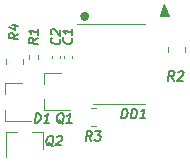
<source format=gto>
G04 #@! TF.GenerationSoftware,KiCad,Pcbnew,(5.1.9)-1*
G04 #@! TF.CreationDate,2021-06-17T11:01:42+10:00*
G04 #@! TF.ProjectId,Clock_board,436c6f63-6b5f-4626-9f61-72642e6b6963,rev?*
G04 #@! TF.SameCoordinates,PX6f6d640PY5734380*
G04 #@! TF.FileFunction,Legend,Top*
G04 #@! TF.FilePolarity,Positive*
%FSLAX46Y46*%
G04 Gerber Fmt 4.6, Leading zero omitted, Abs format (unit mm)*
G04 Created by KiCad (PCBNEW (5.1.9)-1) date 2021-06-17 11:01:42*
%MOMM*%
%LPD*%
G01*
G04 APERTURE LIST*
%ADD10C,0.100000*%
%ADD11C,0.400000*%
%ADD12C,0.120000*%
%ADD13C,0.200000*%
G04 APERTURE END LIST*
D10*
G36*
X25781000Y12954000D02*
G01*
X25019000Y12954000D01*
X25400000Y13970000D01*
X25781000Y12954000D01*
G37*
X25781000Y12954000D02*
X25019000Y12954000D01*
X25400000Y13970000D01*
X25781000Y12954000D01*
D11*
X18849000Y12954000D02*
G75*
G03*
X18849000Y12954000I-180000J0D01*
G01*
D12*
X25781000Y12954000D02*
X25400000Y13970000D01*
X25019000Y12954000D02*
X25781000Y12954000D01*
X25400000Y13970000D02*
X25019000Y12954000D01*
X13435000Y9371064D02*
X13435000Y8916936D01*
X11965000Y9371064D02*
X11965000Y8916936D01*
X19203936Y5180000D02*
X19658064Y5180000D01*
X19203936Y3710000D02*
X19658064Y3710000D01*
X27151000Y10387064D02*
X27151000Y9932936D01*
X25681000Y10387064D02*
X25681000Y9932936D01*
X14731000Y9678641D02*
X14731000Y9371359D01*
X13971000Y9678641D02*
X13971000Y9371359D01*
X15169000Y3173000D02*
X14239000Y3173000D01*
X12009000Y3173000D02*
X12939000Y3173000D01*
X12009000Y3173000D02*
X12009000Y1013000D01*
X15169000Y3173000D02*
X15169000Y1713000D01*
X15242000Y8184000D02*
X15242000Y7254000D01*
X15242000Y5024000D02*
X15242000Y5954000D01*
X15242000Y5024000D02*
X17402000Y5024000D01*
X15242000Y8184000D02*
X16702000Y8184000D01*
X21590000Y5505000D02*
X23790000Y5505000D01*
X21590000Y5505000D02*
X19390000Y5505000D01*
X21590000Y12275000D02*
X23790000Y12275000D01*
X21590000Y12275000D02*
X17990000Y12275000D01*
X11940000Y7295000D02*
X11940000Y6365000D01*
X11940000Y4135000D02*
X11940000Y5065000D01*
X11940000Y4135000D02*
X14100000Y4135000D01*
X11940000Y7295000D02*
X13400000Y7295000D01*
X16616000Y9632836D02*
X16616000Y9417164D01*
X15896000Y9632836D02*
X15896000Y9417164D01*
X17632000Y9632836D02*
X17632000Y9417164D01*
X16912000Y9632836D02*
X16912000Y9417164D01*
D13*
X13061904Y11464179D02*
X12680952Y11245131D01*
X13061904Y11007036D02*
X12261904Y11107036D01*
X12261904Y11411798D01*
X12300000Y11483227D01*
X12338095Y11516560D01*
X12414285Y11545131D01*
X12528571Y11530846D01*
X12604761Y11483227D01*
X12642857Y11440370D01*
X12680952Y11359417D01*
X12680952Y11054655D01*
X12528571Y12216560D02*
X13061904Y12149893D01*
X12223809Y12064179D02*
X12795238Y11802274D01*
X12795238Y12297512D01*
X19211178Y2432096D02*
X18992130Y2813048D01*
X18754035Y2432096D02*
X18854035Y3232096D01*
X19158797Y3232096D01*
X19230226Y3194000D01*
X19263559Y3155905D01*
X19292130Y3079715D01*
X19277845Y2965429D01*
X19230226Y2889239D01*
X19187369Y2851143D01*
X19106416Y2813048D01*
X18801654Y2813048D01*
X19577845Y3232096D02*
X20073083Y3232096D01*
X19768321Y2927334D01*
X19882607Y2927334D01*
X19954035Y2889239D01*
X19987369Y2851143D01*
X20015940Y2774953D01*
X19992130Y2584477D01*
X19944511Y2508286D01*
X19901654Y2470191D01*
X19820702Y2432096D01*
X19592130Y2432096D01*
X19520702Y2470191D01*
X19487369Y2508286D01*
X26196178Y7512096D02*
X25977130Y7893048D01*
X25739035Y7512096D02*
X25839035Y8312096D01*
X26143797Y8312096D01*
X26215226Y8274000D01*
X26248559Y8235905D01*
X26277130Y8159715D01*
X26262845Y8045429D01*
X26215226Y7969239D01*
X26172369Y7931143D01*
X26091416Y7893048D01*
X25786654Y7893048D01*
X26591416Y8235905D02*
X26634273Y8274000D01*
X26715226Y8312096D01*
X26905702Y8312096D01*
X26977130Y8274000D01*
X27010464Y8235905D01*
X27039035Y8159715D01*
X27029511Y8083524D01*
X26977130Y7969239D01*
X26462845Y7512096D01*
X26958083Y7512096D01*
X14712904Y11083179D02*
X14331952Y10864131D01*
X14712904Y10626036D02*
X13912904Y10726036D01*
X13912904Y11030798D01*
X13951000Y11102227D01*
X13989095Y11135560D01*
X14065285Y11164131D01*
X14179571Y11149846D01*
X14255761Y11102227D01*
X14293857Y11059370D01*
X14331952Y10978417D01*
X14331952Y10673655D01*
X14712904Y11845084D02*
X14712904Y11387941D01*
X14712904Y11616512D02*
X13912904Y11716512D01*
X14027190Y11626036D01*
X14103380Y11540322D01*
X14141476Y11459370D01*
X15956797Y1974905D02*
X15885369Y2013000D01*
X15818702Y2089191D01*
X15718702Y2203477D01*
X15647273Y2241572D01*
X15571083Y2241572D01*
X15585369Y2051096D02*
X15513940Y2089191D01*
X15447273Y2165381D01*
X15428226Y2317762D01*
X15461559Y2584429D01*
X15518702Y2736810D01*
X15604416Y2813000D01*
X15685369Y2851096D01*
X15837750Y2851096D01*
X15909178Y2813000D01*
X15975845Y2736810D01*
X15994892Y2584429D01*
X15961559Y2317762D01*
X15904416Y2165381D01*
X15818702Y2089191D01*
X15737750Y2051096D01*
X15585369Y2051096D01*
X16323464Y2774905D02*
X16366321Y2813000D01*
X16447273Y2851096D01*
X16637750Y2851096D01*
X16709178Y2813000D01*
X16742511Y2774905D01*
X16771083Y2698715D01*
X16761559Y2622524D01*
X16709178Y2508239D01*
X16194892Y2051096D01*
X16690130Y2051096D01*
X16845797Y3879905D02*
X16774369Y3918000D01*
X16707702Y3994191D01*
X16607702Y4108477D01*
X16536273Y4146572D01*
X16460083Y4146572D01*
X16474369Y3956096D02*
X16402940Y3994191D01*
X16336273Y4070381D01*
X16317226Y4222762D01*
X16350559Y4489429D01*
X16407702Y4641810D01*
X16493416Y4718000D01*
X16574369Y4756096D01*
X16726750Y4756096D01*
X16798178Y4718000D01*
X16864845Y4641810D01*
X16883892Y4489429D01*
X16850559Y4222762D01*
X16793416Y4070381D01*
X16707702Y3994191D01*
X16626750Y3956096D01*
X16474369Y3956096D01*
X17579130Y3956096D02*
X17121988Y3956096D01*
X17350559Y3956096D02*
X17450559Y4756096D01*
X17360083Y4641810D01*
X17274369Y4565620D01*
X17193416Y4527524D01*
X21783035Y4337096D02*
X21883035Y5137096D01*
X22073511Y5137096D01*
X22183035Y5099000D01*
X22249702Y5022810D01*
X22278273Y4946620D01*
X22297321Y4794239D01*
X22283035Y4679953D01*
X22225892Y4527572D01*
X22178273Y4451381D01*
X22092559Y4375191D01*
X21973511Y4337096D01*
X21783035Y4337096D01*
X22583035Y4337096D02*
X22683035Y5137096D01*
X22873511Y5137096D01*
X22983035Y5099000D01*
X23049702Y5022810D01*
X23078273Y4946620D01*
X23097321Y4794239D01*
X23083035Y4679953D01*
X23025892Y4527572D01*
X22978273Y4451381D01*
X22892559Y4375191D01*
X22773511Y4337096D01*
X22583035Y4337096D01*
X23802083Y4337096D02*
X23344940Y4337096D01*
X23573511Y4337096D02*
X23673511Y5137096D01*
X23583035Y5022810D01*
X23497321Y4946620D01*
X23416369Y4908524D01*
X14436035Y3956096D02*
X14536035Y4756096D01*
X14726511Y4756096D01*
X14836035Y4718000D01*
X14902702Y4641810D01*
X14931273Y4565620D01*
X14950321Y4413239D01*
X14936035Y4298953D01*
X14878892Y4146572D01*
X14831273Y4070381D01*
X14745559Y3994191D01*
X14626511Y3956096D01*
X14436035Y3956096D01*
X15655083Y3956096D02*
X15197940Y3956096D01*
X15426511Y3956096D02*
X15526511Y4756096D01*
X15436035Y4641810D01*
X15350321Y4565620D01*
X15269369Y4527524D01*
X16541714Y11064703D02*
X16579809Y11021846D01*
X16617904Y10902798D01*
X16617904Y10826608D01*
X16579809Y10717084D01*
X16503619Y10650417D01*
X16427428Y10621846D01*
X16275047Y10602798D01*
X16160761Y10617084D01*
X16008380Y10674227D01*
X15932190Y10721846D01*
X15856000Y10807560D01*
X15817904Y10926608D01*
X15817904Y11002798D01*
X15856000Y11112322D01*
X15894095Y11145655D01*
X15894095Y11450417D02*
X15856000Y11493274D01*
X15817904Y11574227D01*
X15817904Y11764703D01*
X15856000Y11836131D01*
X15894095Y11869465D01*
X15970285Y11898036D01*
X16046476Y11888512D01*
X16160761Y11836131D01*
X16617904Y11321846D01*
X16617904Y11817084D01*
X17557714Y11092703D02*
X17595809Y11049846D01*
X17633904Y10930798D01*
X17633904Y10854608D01*
X17595809Y10745084D01*
X17519619Y10678417D01*
X17443428Y10649846D01*
X17291047Y10630798D01*
X17176761Y10645084D01*
X17024380Y10702227D01*
X16948190Y10749846D01*
X16872000Y10835560D01*
X16833904Y10954608D01*
X16833904Y11030798D01*
X16872000Y11140322D01*
X16910095Y11173655D01*
X17633904Y11845084D02*
X17633904Y11387941D01*
X17633904Y11616512D02*
X16833904Y11716512D01*
X16948190Y11626036D01*
X17024380Y11540322D01*
X17062476Y11459370D01*
M02*

</source>
